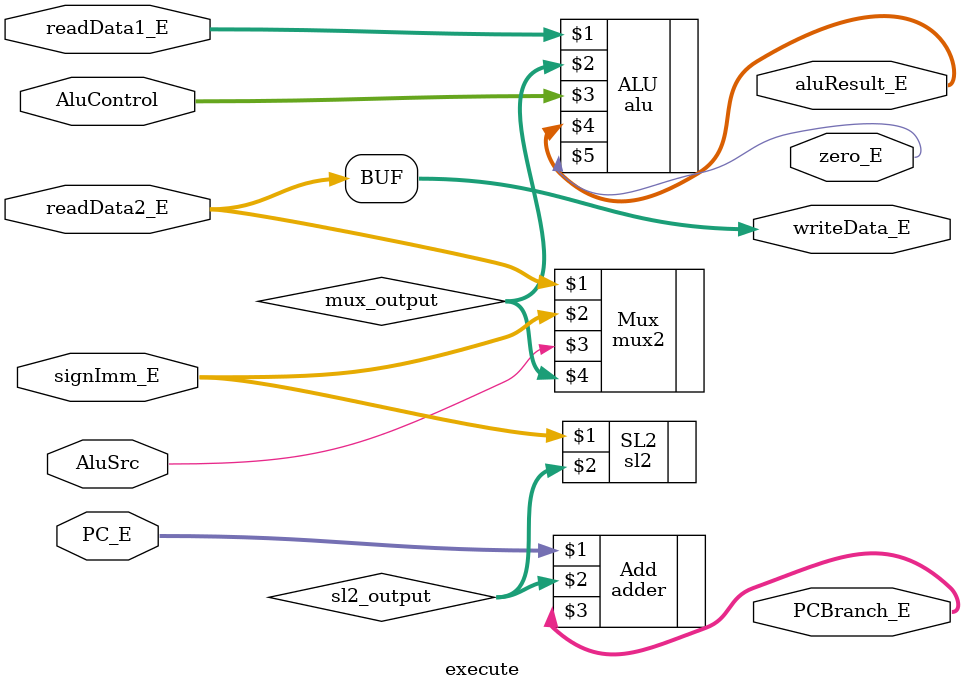
<source format=sv>

module execute #(parameter N = 64)
					(input logic AluSrc,
					 input logic [3:0] AluControl,
					 input logic [N-1:0] PC_E, signImm_E, readData1_E, readData2_E,
					 output logic [N-1:0] PCBranch_E, aluResult_E, writeData_E, 
					 output logic zero_E);

		logic [N-1:0] sl2_output, mux_output;
		
		sl2 SL2 (signImm_E, sl2_output);
		mux2 Mux (readData2_E, signImm_E, AluSrc, mux_output);
		alu ALU (readData1_E,  mux_output, AluControl, aluResult_E, zero_E);
		adder Add (PC_E, sl2_output, PCBranch_E);
		
		assign writeData_E = readData2_E;

endmodule 

</source>
